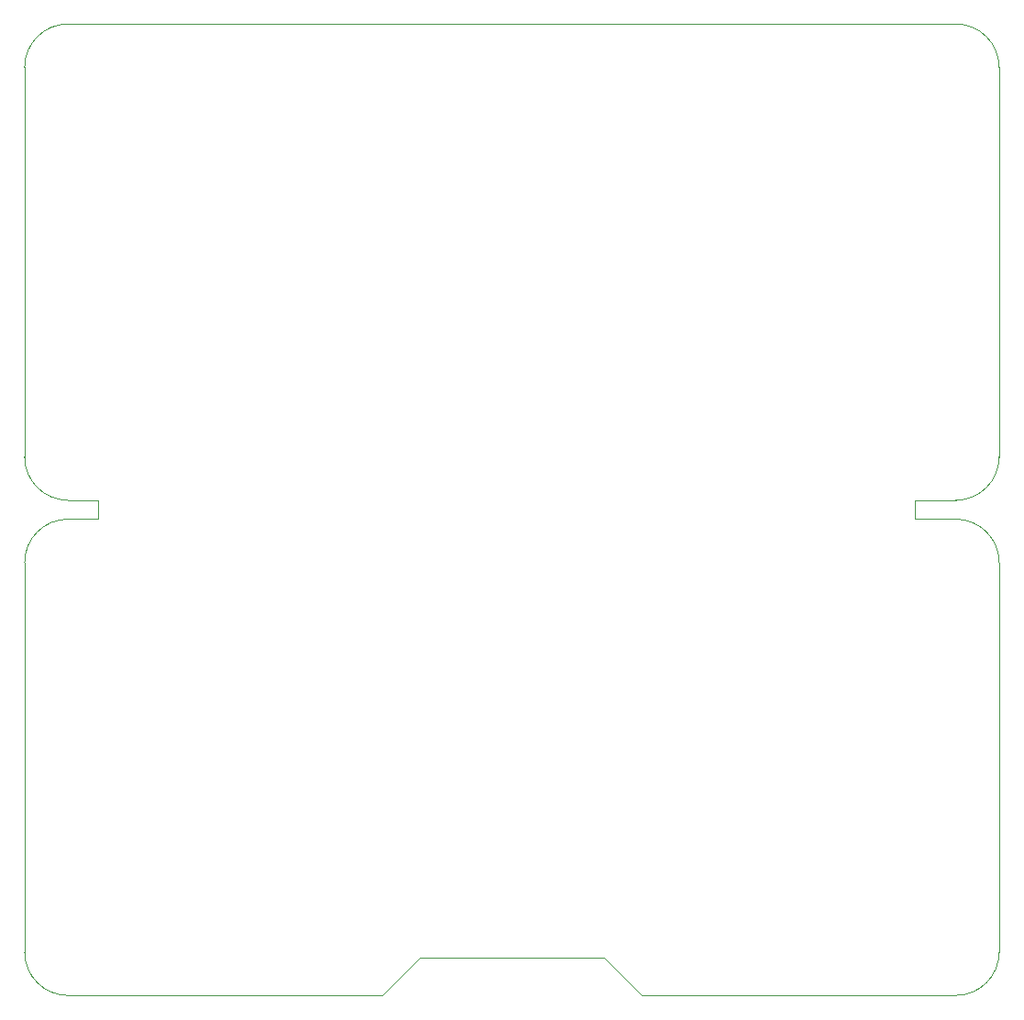
<source format=gbr>
%TF.GenerationSoftware,KiCad,Pcbnew,(5.1.8)-1*%
%TF.CreationDate,2021-08-31T22:24:42+08:00*%
%TF.ProjectId,End_World_Kit_V3.0,456e645f-576f-4726-9c64-5f4b69745f56,rev?*%
%TF.SameCoordinates,Original*%
%TF.FileFunction,Profile,NP*%
%FSLAX46Y46*%
G04 Gerber Fmt 4.6, Leading zero omitted, Abs format (unit mm)*
G04 Created by KiCad (PCBNEW (5.1.8)-1) date 2021-08-31 22:24:42*
%MOMM*%
%LPD*%
G01*
G04 APERTURE LIST*
%TA.AperFunction,Profile*%
%ADD10C,0.050000*%
%TD*%
G04 APERTURE END LIST*
D10*
X61500000Y-101000000D02*
X61500000Y-102750000D01*
X61500000Y-102750000D02*
X58750000Y-102750000D01*
X58750000Y-101000000D02*
X61500000Y-101000000D01*
X137000000Y-101000000D02*
X137000000Y-102750000D01*
X140750000Y-102750000D02*
X137000000Y-102750000D01*
X140750000Y-101000000D02*
X137000000Y-101000000D01*
X58750000Y-101000000D02*
G75*
G02*
X54750000Y-97000000I0J4000000D01*
G01*
X144750000Y-97000000D02*
X144750000Y-61000000D01*
X54750000Y-61000000D02*
G75*
G02*
X58750000Y-57000000I4000000J0D01*
G01*
X140750000Y-57000000D02*
G75*
G02*
X144750000Y-61000000I0J-4000000D01*
G01*
X58750000Y-57000000D02*
X140750000Y-57000000D01*
X54750000Y-61000000D02*
X54750000Y-97000000D01*
X144750000Y-97000000D02*
G75*
G02*
X140750000Y-101000000I-4000000J0D01*
G01*
X91250000Y-143250000D02*
X87750000Y-146750000D01*
X108250000Y-143250000D02*
X91250000Y-143250000D01*
X111750000Y-146750000D02*
X108250000Y-143250000D01*
X58750000Y-146750000D02*
X87750000Y-146750000D01*
X140750000Y-146750000D02*
X111750000Y-146750000D01*
X144750000Y-142750000D02*
G75*
G02*
X140750000Y-146750000I-4000000J0D01*
G01*
X58750000Y-146750000D02*
G75*
G02*
X54750000Y-142750000I0J4000000D01*
G01*
X54750000Y-106750000D02*
G75*
G02*
X58750000Y-102750000I4000000J0D01*
G01*
X140750000Y-102750000D02*
G75*
G02*
X144750000Y-106750000I0J-4000000D01*
G01*
X54750000Y-106750000D02*
X54750000Y-142750000D01*
X144750000Y-142750000D02*
X144750000Y-106750000D01*
M02*

</source>
